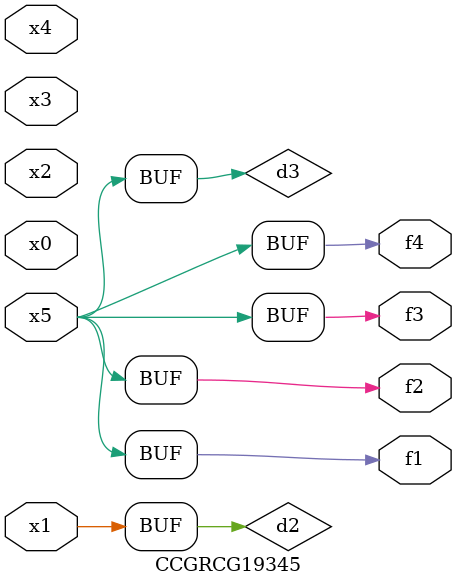
<source format=v>
module CCGRCG19345(
	input x0, x1, x2, x3, x4, x5,
	output f1, f2, f3, f4
);

	wire d1, d2, d3;

	not (d1, x5);
	or (d2, x1);
	xnor (d3, d1);
	assign f1 = d3;
	assign f2 = d3;
	assign f3 = d3;
	assign f4 = d3;
endmodule

</source>
